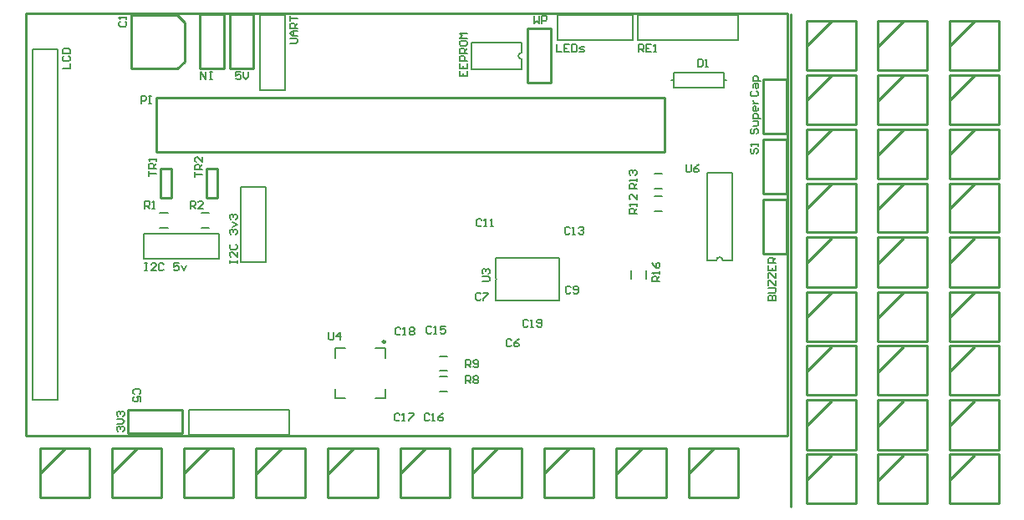
<source format=gto>
G04 Layer_Color=15790320*
%FSLAX23Y23*%
%MOIN*%
G70*
G01*
G75*
%ADD28C,0.010*%
%ADD57C,0.008*%
%ADD58C,0.010*%
%ADD59C,0.005*%
D28*
X421Y1750D02*
Y1963D01*
X606Y1750D02*
X634Y1778D01*
X421Y1750D02*
X606D01*
X634Y1778D02*
Y1935D01*
X606Y1963D02*
X634Y1935D01*
X421Y1963D02*
X606D01*
X580Y1234D02*
Y1352D01*
X537D02*
X580D01*
X537Y1234D02*
Y1352D01*
Y1234D02*
X580D01*
X765D02*
Y1352D01*
X722D02*
X765D01*
X722Y1234D02*
Y1352D01*
Y1234D02*
X765D01*
X520Y1419D02*
X2547D01*
Y1635D01*
X520D02*
X2547D01*
X520Y1419D02*
Y1635D01*
X409Y294D02*
X625D01*
Y389D01*
X409D02*
X625D01*
X409Y294D02*
Y389D01*
X908Y1751D02*
Y1968D01*
X814D02*
X908D01*
X814Y1751D02*
Y1968D01*
Y1751D02*
X908D01*
X2941Y1010D02*
Y1226D01*
Y1010D02*
X3035D01*
Y1226D01*
X2941D02*
X3035D01*
X2941Y1490D02*
Y1707D01*
Y1490D02*
X3035D01*
Y1707D01*
X2941D02*
X3035D01*
X790Y1751D02*
Y1968D01*
X696D02*
X790D01*
X696Y1751D02*
Y1968D01*
Y1751D02*
X790D01*
X2941Y1250D02*
Y1467D01*
Y1250D02*
X3035D01*
Y1467D01*
X2941D02*
X3035D01*
X2000Y1695D02*
Y1911D01*
Y1695D02*
X2094D01*
Y1911D01*
X2000D02*
X2094D01*
X0Y285D02*
X3039D01*
Y1970D01*
X0D02*
X3039D01*
X0Y285D02*
Y1970D01*
X3051Y2D02*
Y1967D01*
X3881Y1096D02*
Y1292D01*
X3685D02*
X3881D01*
X3685Y1096D02*
Y1292D01*
Y1096D02*
X3881D01*
X3685Y1190D02*
X3785Y1290D01*
X3881Y879D02*
Y1076D01*
X3685D02*
X3881D01*
X3685Y879D02*
Y1076D01*
Y879D02*
X3881D01*
X3685Y974D02*
X3785Y1074D01*
X3881Y662D02*
Y859D01*
X3685D02*
X3881D01*
X3685Y662D02*
Y859D01*
Y662D02*
X3881D01*
X3685Y757D02*
X3785Y857D01*
X3881Y446D02*
Y643D01*
X3685D02*
X3881D01*
X3685Y446D02*
Y643D01*
Y446D02*
X3881D01*
X3685Y541D02*
X3785Y640D01*
X3881Y229D02*
Y426D01*
X3685D02*
X3881D01*
X3685Y229D02*
Y426D01*
Y229D02*
X3881D01*
X3685Y324D02*
X3785Y424D01*
X3881Y13D02*
Y210D01*
X3685D02*
X3881D01*
X3685Y13D02*
Y210D01*
Y13D02*
X3881D01*
X3685Y108D02*
X3785Y207D01*
X3596Y1745D02*
Y1942D01*
X3399D02*
X3596D01*
X3399Y1745D02*
Y1942D01*
Y1745D02*
X3596D01*
X3400Y1840D02*
X3500Y1940D01*
X3596Y1529D02*
Y1725D01*
X3399D02*
X3596D01*
X3399Y1529D02*
Y1725D01*
Y1529D02*
X3596D01*
X3400Y1623D02*
X3500Y1723D01*
X3596Y1312D02*
Y1509D01*
X3399D02*
X3596D01*
X3399Y1312D02*
Y1509D01*
Y1312D02*
X3596D01*
X3400Y1407D02*
X3500Y1507D01*
X3596Y1096D02*
Y1292D01*
X3399D02*
X3596D01*
X3399Y1096D02*
Y1292D01*
Y1096D02*
X3596D01*
X3400Y1190D02*
X3500Y1290D01*
X3596Y879D02*
Y1076D01*
X3399D02*
X3596D01*
X3399Y879D02*
Y1076D01*
Y879D02*
X3596D01*
X3400Y974D02*
X3500Y1074D01*
X3596Y662D02*
Y859D01*
X3399D02*
X3596D01*
X3399Y662D02*
Y859D01*
Y662D02*
X3596D01*
X3400Y757D02*
X3500Y857D01*
X3596Y446D02*
Y643D01*
X3399D02*
X3596D01*
X3399Y446D02*
Y643D01*
Y446D02*
X3596D01*
X3400Y541D02*
X3500Y640D01*
X3596Y229D02*
Y426D01*
X3399D02*
X3596D01*
X3399Y229D02*
Y426D01*
Y229D02*
X3596D01*
X3400Y324D02*
X3500Y424D01*
X3596Y13D02*
Y210D01*
X3399D02*
X3596D01*
X3399Y13D02*
Y210D01*
Y13D02*
X3596D01*
X3400Y108D02*
X3500Y207D01*
X3311Y1745D02*
Y1942D01*
X3114D02*
X3311D01*
X3114Y1745D02*
Y1942D01*
Y1745D02*
X3311D01*
X3115Y1840D02*
X3214Y1940D01*
X3311Y1529D02*
Y1725D01*
X3114D02*
X3311D01*
X3114Y1529D02*
Y1725D01*
Y1529D02*
X3311D01*
X3115Y1623D02*
X3214Y1723D01*
X3311Y1312D02*
Y1509D01*
X3114D02*
X3311D01*
X3114Y1312D02*
Y1509D01*
Y1312D02*
X3311D01*
X3115Y1407D02*
X3214Y1507D01*
X3311Y1096D02*
Y1292D01*
X3114D02*
X3311D01*
X3114Y1096D02*
Y1292D01*
Y1096D02*
X3311D01*
X3115Y1190D02*
X3214Y1290D01*
X3311Y879D02*
Y1076D01*
X3114D02*
X3311D01*
X3114Y879D02*
Y1076D01*
Y879D02*
X3311D01*
X3115Y974D02*
X3214Y1074D01*
X3311Y662D02*
Y859D01*
X3114D02*
X3311D01*
X3114Y662D02*
Y859D01*
Y662D02*
X3311D01*
X3115Y757D02*
X3214Y857D01*
X3311Y446D02*
Y643D01*
X3114D02*
X3311D01*
X3114Y446D02*
Y643D01*
Y446D02*
X3311D01*
X3115Y541D02*
X3214Y640D01*
X3311Y229D02*
Y426D01*
X3114D02*
X3311D01*
X3114Y229D02*
Y426D01*
Y229D02*
X3311D01*
X3115Y324D02*
X3214Y424D01*
X3311Y13D02*
Y210D01*
X3114D02*
X3311D01*
X3114Y13D02*
Y210D01*
Y13D02*
X3311D01*
X3115Y108D02*
X3214Y207D01*
X3881Y1745D02*
Y1942D01*
X3685D02*
X3881D01*
X3685Y1745D02*
Y1942D01*
Y1745D02*
X3881D01*
X3685Y1840D02*
X3785Y1940D01*
X3881Y1529D02*
Y1725D01*
X3685D02*
X3881D01*
X3685Y1529D02*
Y1725D01*
Y1529D02*
X3881D01*
X3685Y1623D02*
X3785Y1723D01*
X3881Y1312D02*
Y1509D01*
X3685D02*
X3881D01*
X3685Y1312D02*
Y1509D01*
Y1312D02*
X3881D01*
X3685Y1407D02*
X3785Y1507D01*
X2840Y38D02*
Y235D01*
X2643D02*
X2840D01*
X2643Y38D02*
Y235D01*
Y38D02*
X2840D01*
X2644Y133D02*
X2744Y233D01*
X2553Y38D02*
Y235D01*
X2356D02*
X2553D01*
X2356Y38D02*
Y235D01*
Y38D02*
X2553D01*
X2357Y133D02*
X2457Y233D01*
X2265Y38D02*
Y235D01*
X2069D02*
X2265D01*
X2069Y38D02*
Y235D01*
Y38D02*
X2265D01*
X2069Y133D02*
X2169Y233D01*
X1978Y38D02*
Y235D01*
X1781D02*
X1978D01*
X1781Y38D02*
Y235D01*
Y38D02*
X1978D01*
X1782Y133D02*
X1882Y233D01*
X1691Y38D02*
Y235D01*
X1494D02*
X1691D01*
X1494Y38D02*
Y235D01*
Y38D02*
X1691D01*
X1494Y133D02*
X1594Y233D01*
X1403Y38D02*
Y235D01*
X1206D02*
X1403D01*
X1206Y38D02*
Y235D01*
Y38D02*
X1403D01*
X1207Y133D02*
X1307Y233D01*
X1116Y38D02*
Y235D01*
X919D02*
X1116D01*
X919Y38D02*
Y235D01*
Y38D02*
X1116D01*
X920Y133D02*
X1020Y233D01*
X828Y38D02*
Y235D01*
X631D02*
X828D01*
X631Y38D02*
Y235D01*
Y38D02*
X828D01*
X632Y133D02*
X732Y233D01*
X541Y38D02*
Y235D01*
X344D02*
X541D01*
X344Y38D02*
Y235D01*
Y38D02*
X541D01*
X345Y133D02*
X445Y233D01*
X254Y38D02*
Y235D01*
X57D02*
X254D01*
X57Y38D02*
Y235D01*
Y38D02*
X254D01*
X57Y133D02*
X157Y233D01*
D57*
X1873Y903D02*
G03*
X1873Y916I0J6D01*
G01*
X2780Y984D02*
G03*
X2755Y984I-13J0D01*
G01*
X1978Y1814D02*
G03*
X1978Y1789I0J-13D01*
G01*
X2474Y911D02*
Y943D01*
X2415Y911D02*
Y943D01*
X1873Y825D02*
X2129D01*
Y994D01*
X1873D02*
X2129D01*
X1873Y916D02*
Y994D01*
Y825D02*
Y903D01*
X2819Y984D02*
Y1334D01*
X2717D02*
X2819D01*
X2717Y984D02*
Y1334D01*
Y984D02*
X2755D01*
X2780D02*
X2819D01*
X1778Y1854D02*
X1978D01*
X1778Y1749D02*
Y1854D01*
Y1749D02*
X1978D01*
Y1789D01*
Y1814D02*
Y1854D01*
X2508Y1240D02*
X2539D01*
X2508Y1181D02*
X2539D01*
X2508Y1331D02*
X2539D01*
X2508Y1272D02*
X2539D01*
X2785Y1703D02*
Y1733D01*
X2585D02*
X2785D01*
X2585Y1673D02*
Y1733D01*
Y1673D02*
X2785D01*
Y1703D01*
X2576D02*
X2585D01*
X2785D02*
X2794D01*
X535Y1114D02*
X567D01*
X535Y1173D02*
X567D01*
X701Y1173D02*
X732D01*
X701Y1114D02*
X732D01*
X470Y1091D02*
X770D01*
X470Y991D02*
Y1091D01*
Y991D02*
X770D01*
Y1091D01*
X959Y976D02*
Y1276D01*
X859D02*
X959D01*
X859Y976D02*
Y1276D01*
Y976D02*
X959D01*
X2120Y1965D02*
X2420D01*
X2120Y1865D02*
Y1965D01*
Y1865D02*
X2420D01*
Y1965D01*
X2841Y1865D02*
Y1965D01*
X2441Y1865D02*
X2841D01*
X2441Y1965D02*
X2841D01*
X2441Y1865D02*
Y1965D01*
X129Y428D02*
Y1753D01*
Y1828D01*
X29D02*
X129D01*
X29Y428D02*
Y1828D01*
Y428D02*
X129D01*
X934Y1665D02*
Y1965D01*
Y1665D02*
X1034D01*
Y1965D01*
X934D02*
X1034D01*
X1650Y602D02*
X1681D01*
X1650Y543D02*
X1681D01*
X1650Y520D02*
X1681D01*
X1650Y461D02*
X1681D01*
X1051Y287D02*
Y387D01*
X651Y287D02*
X1051D01*
X651Y387D02*
X1051D01*
X651Y287D02*
Y387D01*
X1396Y634D02*
X1435D01*
Y594D02*
Y634D01*
Y433D02*
Y472D01*
X1396Y433D02*
X1435D01*
X1234D02*
X1274D01*
X1234D02*
Y472D01*
Y634D02*
X1274D01*
X1234Y594D02*
Y634D01*
D58*
X1434Y659D02*
G03*
X1434Y659I-5J0D01*
G01*
D59*
X2528Y900D02*
X2498D01*
Y915D01*
X2503Y920D01*
X2513D01*
X2518Y915D01*
Y900D01*
Y910D02*
X2528Y920D01*
Y930D02*
Y940D01*
Y935D01*
X2498D01*
X2503Y930D01*
X2498Y975D02*
X2503Y965D01*
X2513Y955D01*
X2523D01*
X2528Y960D01*
Y970D01*
X2523Y975D01*
X2518D01*
X2513Y970D01*
Y955D01*
X2028Y1961D02*
Y1931D01*
X2038Y1941D01*
X2048Y1931D01*
Y1961D01*
X2058Y1931D02*
Y1961D01*
X2073D01*
X2078Y1956D01*
Y1946D01*
X2073Y1941D01*
X2058D01*
X1053Y1852D02*
X1078D01*
X1083Y1857D01*
Y1867D01*
X1078Y1872D01*
X1053D01*
X1083Y1882D02*
X1063D01*
X1053Y1892D01*
X1063Y1902D01*
X1083D01*
X1068D01*
Y1882D01*
X1083Y1912D02*
X1053D01*
Y1927D01*
X1058Y1932D01*
X1068D01*
X1073Y1927D01*
Y1912D01*
Y1922D02*
X1083Y1932D01*
X1053Y1942D02*
Y1962D01*
Y1952D01*
X1083D01*
X2634Y1367D02*
Y1342D01*
X2639Y1337D01*
X2649D01*
X2654Y1342D01*
Y1367D01*
X2684D02*
X2674Y1362D01*
X2664Y1352D01*
Y1342D01*
X2669Y1337D01*
X2679D01*
X2684Y1342D01*
Y1347D01*
X2679Y1352D01*
X2664D01*
X1209Y697D02*
Y672D01*
X1214Y667D01*
X1224D01*
X1229Y672D01*
Y697D01*
X1254Y667D02*
Y697D01*
X1239Y682D01*
X1259D01*
X1820Y900D02*
X1845D01*
X1850Y905D01*
Y915D01*
X1845Y920D01*
X1820D01*
X1825Y930D02*
X1820Y935D01*
Y945D01*
X1825Y950D01*
X1830D01*
X1835Y945D01*
Y940D01*
Y945D01*
X1840Y950D01*
X1845D01*
X1850Y945D01*
Y935D01*
X1845Y930D01*
X675Y1317D02*
Y1337D01*
Y1327D01*
X705D01*
Y1347D02*
X675D01*
Y1362D01*
X680Y1367D01*
X690D01*
X695Y1362D01*
Y1347D01*
Y1357D02*
X705Y1367D01*
Y1397D02*
Y1377D01*
X685Y1397D01*
X680D01*
X675Y1392D01*
Y1382D01*
X680Y1377D01*
X490Y1321D02*
Y1341D01*
Y1331D01*
X520D01*
Y1351D02*
X490D01*
Y1366D01*
X495Y1371D01*
X505D01*
X510Y1366D01*
Y1351D01*
Y1361D02*
X520Y1371D01*
Y1381D02*
Y1391D01*
Y1386D01*
X490D01*
X495Y1381D01*
X2896Y1431D02*
X2891Y1426D01*
Y1416D01*
X2896Y1411D01*
X2901D01*
X2906Y1416D01*
Y1426D01*
X2911Y1431D01*
X2916D01*
X2921Y1426D01*
Y1416D01*
X2916Y1411D01*
X2921Y1441D02*
Y1451D01*
Y1446D01*
X2891D01*
X2896Y1441D01*
X2445Y1817D02*
Y1847D01*
X2460D01*
X2465Y1842D01*
Y1832D01*
X2460Y1827D01*
X2445D01*
X2455D02*
X2465Y1817D01*
X2495Y1847D02*
X2475D01*
Y1817D01*
X2495D01*
X2475Y1832D02*
X2485D01*
X2505Y1817D02*
X2515D01*
X2510D01*
Y1847D01*
X2505Y1842D01*
X2437Y1270D02*
X2407D01*
Y1285D01*
X2412Y1290D01*
X2422D01*
X2427Y1285D01*
Y1270D01*
Y1280D02*
X2437Y1290D01*
Y1300D02*
Y1310D01*
Y1305D01*
X2407D01*
X2412Y1300D01*
Y1325D02*
X2407Y1330D01*
Y1340D01*
X2412Y1345D01*
X2417D01*
X2422Y1340D01*
Y1335D01*
Y1340D01*
X2427Y1345D01*
X2432D01*
X2437Y1340D01*
Y1330D01*
X2432Y1325D01*
X2437Y1171D02*
X2407D01*
Y1186D01*
X2412Y1191D01*
X2422D01*
X2427Y1186D01*
Y1171D01*
Y1181D02*
X2437Y1191D01*
Y1201D02*
Y1211D01*
Y1206D01*
X2407D01*
X2412Y1201D01*
X2437Y1246D02*
Y1226D01*
X2417Y1246D01*
X2412D01*
X2407Y1241D01*
Y1231D01*
X2412Y1226D01*
X1756Y557D02*
Y587D01*
X1771D01*
X1776Y582D01*
Y572D01*
X1771Y567D01*
X1756D01*
X1766D02*
X1776Y557D01*
X1786Y562D02*
X1791Y557D01*
X1801D01*
X1806Y562D01*
Y582D01*
X1801Y587D01*
X1791D01*
X1786Y582D01*
Y577D01*
X1791Y572D01*
X1806D01*
X1756Y494D02*
Y524D01*
X1771D01*
X1776Y519D01*
Y509D01*
X1771Y504D01*
X1756D01*
X1766D02*
X1776Y494D01*
X1786Y519D02*
X1791Y524D01*
X1801D01*
X1806Y519D01*
Y514D01*
X1801Y509D01*
X1806Y504D01*
Y499D01*
X1801Y494D01*
X1791D01*
X1786Y499D01*
Y504D01*
X1791Y509D01*
X1786Y514D01*
Y519D01*
X1791Y509D02*
X1801D01*
X657Y1191D02*
Y1221D01*
X672D01*
X677Y1216D01*
Y1206D01*
X672Y1201D01*
X657D01*
X667D02*
X677Y1191D01*
X707D02*
X687D01*
X707Y1211D01*
Y1216D01*
X702Y1221D01*
X692D01*
X687Y1216D01*
X476Y1191D02*
Y1221D01*
X491D01*
X496Y1216D01*
Y1206D01*
X491Y1201D01*
X476D01*
X486D02*
X496Y1191D01*
X506D02*
X516D01*
X511D01*
Y1221D01*
X506Y1216D01*
X461Y1612D02*
Y1642D01*
X476D01*
X481Y1637D01*
Y1627D01*
X476Y1622D01*
X461D01*
X491Y1642D02*
X501D01*
X496D01*
Y1612D01*
X491D01*
X501D01*
X2118Y1847D02*
Y1817D01*
X2138D01*
X2168Y1847D02*
X2148D01*
Y1817D01*
X2168D01*
X2148Y1832D02*
X2158D01*
X2178Y1847D02*
Y1817D01*
X2193D01*
X2198Y1822D01*
Y1842D01*
X2193Y1847D01*
X2178D01*
X2208Y1817D02*
X2223D01*
X2228Y1822D01*
X2223Y1827D01*
X2213D01*
X2208Y1832D01*
X2213Y1837D01*
X2228D01*
X147Y1750D02*
X177D01*
Y1770D01*
X152Y1800D02*
X147Y1795D01*
Y1785D01*
X152Y1780D01*
X172D01*
X177Y1785D01*
Y1795D01*
X172Y1800D01*
X147Y1810D02*
X177D01*
Y1825D01*
X172Y1830D01*
X152D01*
X147Y1825D01*
Y1810D01*
X476Y973D02*
X486D01*
X481D01*
Y943D01*
X476D01*
X486D01*
X521D02*
X501D01*
X521Y963D01*
Y968D01*
X516Y973D01*
X506D01*
X501Y968D01*
X551D02*
X546Y973D01*
X536D01*
X531Y968D01*
Y948D01*
X536Y943D01*
X546D01*
X551Y948D01*
X611Y973D02*
X591D01*
Y958D01*
X601Y963D01*
X606D01*
X611Y958D01*
Y948D01*
X606Y943D01*
X596D01*
X591Y948D01*
X621Y963D02*
X631Y943D01*
X641Y963D01*
X813Y974D02*
Y984D01*
Y979D01*
X843D01*
Y974D01*
Y984D01*
Y1019D02*
Y999D01*
X823Y1019D01*
X818D01*
X813Y1014D01*
Y1004D01*
X818Y999D01*
Y1049D02*
X813Y1044D01*
Y1034D01*
X818Y1029D01*
X838D01*
X843Y1034D01*
Y1044D01*
X838Y1049D01*
X818Y1089D02*
X813Y1094D01*
Y1104D01*
X818Y1109D01*
X823D01*
X828Y1104D01*
Y1099D01*
Y1104D01*
X833Y1109D01*
X838D01*
X843Y1104D01*
Y1094D01*
X838Y1089D01*
X823Y1119D02*
X843Y1129D01*
X823Y1139D01*
X818Y1149D02*
X813Y1154D01*
Y1164D01*
X818Y1169D01*
X823D01*
X828Y1164D01*
Y1159D01*
Y1164D01*
X833Y1169D01*
X838D01*
X843Y1164D01*
Y1154D01*
X838Y1149D01*
X744Y1708D02*
X734D01*
X739D01*
Y1738D01*
X744D01*
X734D01*
X719D02*
Y1708D01*
X699Y1738D01*
Y1708D01*
X1730Y1742D02*
Y1722D01*
X1760D01*
Y1742D01*
X1745Y1722D02*
Y1732D01*
X1730Y1772D02*
Y1752D01*
X1760D01*
Y1772D01*
X1745Y1752D02*
Y1762D01*
X1760Y1782D02*
X1730D01*
Y1797D01*
X1735Y1802D01*
X1745D01*
X1750Y1797D01*
Y1782D01*
X1760Y1812D02*
X1730D01*
Y1827D01*
X1735Y1832D01*
X1745D01*
X1750Y1827D01*
Y1812D01*
Y1822D02*
X1760Y1832D01*
X1730Y1857D02*
Y1847D01*
X1735Y1842D01*
X1755D01*
X1760Y1847D01*
Y1857D01*
X1755Y1862D01*
X1735D01*
X1730Y1857D01*
X1760Y1872D02*
X1730D01*
X1740Y1882D01*
X1730Y1892D01*
X1760D01*
X2681Y1788D02*
Y1758D01*
X2696D01*
X2701Y1763D01*
Y1783D01*
X2696Y1788D01*
X2681D01*
X2711Y1758D02*
X2721D01*
X2716D01*
Y1788D01*
X2711Y1783D01*
X2896Y1510D02*
X2891Y1505D01*
Y1495D01*
X2896Y1490D01*
X2901D01*
X2906Y1495D01*
Y1505D01*
X2911Y1510D01*
X2916D01*
X2921Y1505D01*
Y1495D01*
X2916Y1490D01*
X2901Y1520D02*
X2916D01*
X2921Y1525D01*
Y1540D01*
X2901D01*
X2931Y1550D02*
X2901D01*
Y1565D01*
X2906Y1570D01*
X2916D01*
X2921Y1565D01*
Y1550D01*
Y1595D02*
Y1585D01*
X2916Y1580D01*
X2906D01*
X2901Y1585D01*
Y1595D01*
X2906Y1600D01*
X2911D01*
Y1580D01*
X2901Y1610D02*
X2921D01*
X2911D01*
X2906Y1615D01*
X2901Y1620D01*
Y1625D01*
X2896Y1660D02*
X2891Y1655D01*
Y1645D01*
X2896Y1640D01*
X2916D01*
X2921Y1645D01*
Y1655D01*
X2916Y1660D01*
X2901Y1675D02*
Y1685D01*
X2906Y1690D01*
X2921D01*
Y1675D01*
X2916Y1670D01*
X2911Y1675D01*
Y1690D01*
X2931Y1700D02*
X2901D01*
Y1715D01*
X2906Y1720D01*
X2916D01*
X2921Y1715D01*
Y1700D01*
X2004Y743D02*
X1999Y748D01*
X1989D01*
X1984Y743D01*
Y724D01*
X1989Y719D01*
X1999D01*
X2004Y724D01*
X2014Y719D02*
X2024D01*
X2019D01*
Y748D01*
X2014Y743D01*
X2039Y724D02*
X2044Y719D01*
X2054D01*
X2059Y724D01*
Y743D01*
X2054Y748D01*
X2044D01*
X2039Y743D01*
Y738D01*
X2044Y733D01*
X2059D01*
X1496Y712D02*
X1491Y717D01*
X1481D01*
X1476Y712D01*
Y692D01*
X1481Y687D01*
X1491D01*
X1496Y692D01*
X1506Y687D02*
X1516D01*
X1511D01*
Y717D01*
X1506Y712D01*
X1531D02*
X1536Y717D01*
X1546D01*
X1551Y712D01*
Y707D01*
X1546Y702D01*
X1551Y697D01*
Y692D01*
X1546Y687D01*
X1536D01*
X1531Y692D01*
Y697D01*
X1536Y702D01*
X1531Y707D01*
Y712D01*
X1536Y702D02*
X1546D01*
X1492Y369D02*
X1487Y374D01*
X1477D01*
X1472Y369D01*
Y349D01*
X1477Y344D01*
X1487D01*
X1492Y349D01*
X1502Y344D02*
X1512D01*
X1507D01*
Y374D01*
X1502Y369D01*
X1527Y374D02*
X1547D01*
Y369D01*
X1527Y349D01*
Y344D01*
X1611Y369D02*
X1606Y374D01*
X1596D01*
X1591Y369D01*
Y349D01*
X1596Y344D01*
X1606D01*
X1611Y349D01*
X1621Y344D02*
X1631D01*
X1626D01*
Y374D01*
X1621Y369D01*
X1666Y374D02*
X1656Y369D01*
X1646Y359D01*
Y349D01*
X1651Y344D01*
X1661D01*
X1666Y349D01*
Y354D01*
X1661Y359D01*
X1646D01*
X1618Y716D02*
X1613Y721D01*
X1603D01*
X1598Y716D01*
Y696D01*
X1603Y691D01*
X1613D01*
X1618Y696D01*
X1628Y691D02*
X1638D01*
X1633D01*
Y721D01*
X1628Y716D01*
X1673Y721D02*
X1653D01*
Y706D01*
X1663Y711D01*
X1668D01*
X1673Y706D01*
Y696D01*
X1668Y691D01*
X1658D01*
X1653Y696D01*
X2170Y1114D02*
X2165Y1119D01*
X2155D01*
X2150Y1114D01*
Y1094D01*
X2155Y1089D01*
X2165D01*
X2170Y1094D01*
X2180Y1089D02*
X2190D01*
X2185D01*
Y1119D01*
X2180Y1114D01*
X2205D02*
X2210Y1119D01*
X2220D01*
X2225Y1114D01*
Y1109D01*
X2220Y1104D01*
X2215D01*
X2220D01*
X2225Y1099D01*
Y1094D01*
X2220Y1089D01*
X2210D01*
X2205Y1094D01*
X1819Y1145D02*
X1814Y1150D01*
X1804D01*
X1799Y1145D01*
Y1125D01*
X1804Y1120D01*
X1814D01*
X1819Y1125D01*
X1829Y1120D02*
X1839D01*
X1834D01*
Y1150D01*
X1829Y1145D01*
X1854Y1120D02*
X1864D01*
X1859D01*
Y1150D01*
X1854Y1145D01*
X2174Y877D02*
X2169Y882D01*
X2159D01*
X2154Y877D01*
Y857D01*
X2159Y852D01*
X2169D01*
X2174Y857D01*
X2184D02*
X2189Y852D01*
X2199D01*
X2204Y857D01*
Y877D01*
X2199Y882D01*
X2189D01*
X2184Y877D01*
Y872D01*
X2189Y867D01*
X2204D01*
X1815Y850D02*
X1810Y855D01*
X1800D01*
X1795Y850D01*
Y830D01*
X1800Y825D01*
X1810D01*
X1815Y830D01*
X1825Y855D02*
X1845D01*
Y850D01*
X1825Y830D01*
Y825D01*
X1937Y665D02*
X1932Y670D01*
X1922D01*
X1917Y665D01*
Y645D01*
X1922Y640D01*
X1932D01*
X1937Y645D01*
X1967Y670D02*
X1957Y665D01*
X1947Y655D01*
Y645D01*
X1952Y640D01*
X1962D01*
X1967Y645D01*
Y650D01*
X1962Y655D01*
X1947D01*
X454Y450D02*
X459Y455D01*
Y465D01*
X454Y470D01*
X434D01*
X429Y465D01*
Y455D01*
X434Y450D01*
X459Y420D02*
Y440D01*
X444D01*
X449Y430D01*
Y425D01*
X444Y420D01*
X434D01*
X429Y425D01*
Y435D01*
X434Y440D01*
X377Y1939D02*
X372Y1934D01*
Y1924D01*
X377Y1919D01*
X397D01*
X402Y1924D01*
Y1934D01*
X397Y1939D01*
X402Y1949D02*
Y1959D01*
Y1954D01*
X372D01*
X377Y1949D01*
X2962Y825D02*
X2992D01*
Y840D01*
X2987Y845D01*
X2982D01*
X2977Y840D01*
Y825D01*
Y840D01*
X2972Y845D01*
X2967D01*
X2962Y840D01*
Y825D01*
Y855D02*
X2987D01*
X2992Y860D01*
Y870D01*
X2987Y875D01*
X2962D01*
Y885D02*
Y905D01*
X2967D01*
X2987Y885D01*
X2992D01*
Y905D01*
X2962Y915D02*
Y935D01*
X2967D01*
X2987Y915D01*
X2992D01*
Y935D01*
X2962Y965D02*
Y945D01*
X2992D01*
Y965D01*
X2977Y945D02*
Y955D01*
X2992Y975D02*
X2962D01*
Y990D01*
X2967Y995D01*
X2977D01*
X2982Y990D01*
Y975D01*
Y985D02*
X2992Y995D01*
X859Y1737D02*
X839D01*
Y1722D01*
X849Y1727D01*
X854D01*
X859Y1722D01*
Y1712D01*
X854Y1707D01*
X844D01*
X839Y1712D01*
X869Y1737D02*
Y1717D01*
X879Y1707D01*
X889Y1717D01*
Y1737D01*
X369Y301D02*
X364Y306D01*
Y316D01*
X369Y321D01*
X374D01*
X379Y316D01*
Y311D01*
Y316D01*
X384Y321D01*
X389D01*
X394Y316D01*
Y306D01*
X389Y301D01*
X364Y331D02*
X384D01*
X394Y341D01*
X384Y351D01*
X364D01*
X369Y361D02*
X364Y366D01*
Y376D01*
X369Y381D01*
X374D01*
X379Y376D01*
Y371D01*
Y376D01*
X384Y381D01*
X389D01*
X394Y376D01*
Y366D01*
X389Y361D01*
M02*

</source>
